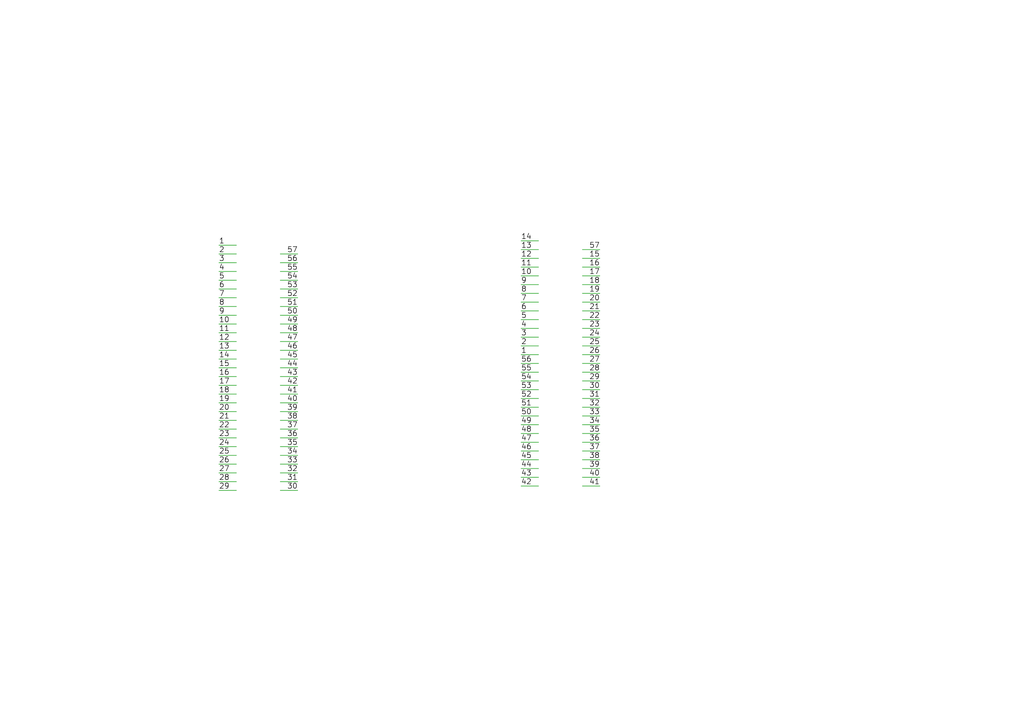
<source format=kicad_sch>
(kicad_sch (version 20230121) (generator eeschema)
  (paper "A4")
  (lib_symbols)
  (wire (pts (xy 86.36 132.08) (xy 81.28 132.08)))
  (wire (pts (xy 168.91 82.55) (xy 173.99 82.55)))
  (wire (pts (xy 63.5 78.74) (xy 68.58 78.74)))
  (wire (pts (xy 63.5 101.6) (xy 68.58 101.6)))
  (wire (pts (xy 86.36 91.44) (xy 81.28 91.44)))
  (wire (pts (xy 151.13 125.73) (xy 156.21 125.73)))
  (wire (pts (xy 86.36 127) (xy 81.28 127)))
  (wire (pts (xy 168.91 115.57) (xy 173.99 115.57)))
  (wire (pts (xy 173.99 118.11) (xy 168.91 118.11)))
  (wire (pts (xy 81.28 121.92) (xy 86.36 121.92)))
  (wire (pts (xy 81.28 124.46) (xy 86.36 124.46)))
  (wire (pts (xy 156.21 100.33) (xy 151.13 100.33)))
  (wire (pts (xy 81.28 139.7) (xy 86.36 139.7)))
  (wire (pts (xy 156.21 123.19) (xy 151.13 123.19)))
  (wire (pts (xy 168.91 125.73) (xy 173.99 125.73)))
  (wire (pts (xy 63.5 139.7) (xy 68.58 139.7)))
  (wire (pts (xy 173.99 90.17) (xy 168.91 90.17)))
  (wire (pts (xy 81.28 109.22) (xy 86.36 109.22)))
  (wire (pts (xy 63.5 81.28) (xy 68.58 81.28)))
  (wire (pts (xy 168.91 87.63) (xy 173.99 87.63)))
  (wire (pts (xy 156.21 80.01) (xy 151.13 80.01)))
  (wire (pts (xy 156.21 74.93) (xy 151.13 74.93)))
  (wire (pts (xy 81.28 99.06) (xy 86.36 99.06)))
  (wire (pts (xy 81.28 119.38) (xy 86.36 119.38)))
  (wire (pts (xy 86.36 76.2) (xy 81.28 76.2)))
  (wire (pts (xy 86.36 96.52) (xy 81.28 96.52)))
  (wire (pts (xy 151.13 110.49) (xy 156.21 110.49)))
  (wire (pts (xy 173.99 74.93) (xy 168.91 74.93)))
  (wire (pts (xy 173.99 95.25) (xy 168.91 95.25)))
  (wire (pts (xy 68.58 142.24) (xy 63.5 142.24)))
  (wire (pts (xy 68.58 93.98) (xy 63.5 93.98)))
  (wire (pts (xy 168.91 140.97) (xy 173.99 140.97)))
  (wire (pts (xy 156.21 85.09) (xy 151.13 85.09)))
  (wire (pts (xy 63.5 127) (xy 68.58 127)))
  (wire (pts (xy 168.91 92.71) (xy 173.99 92.71)))
  (wire (pts (xy 151.13 77.47) (xy 156.21 77.47)))
  (wire (pts (xy 151.13 97.79) (xy 156.21 97.79)))
  (wire (pts (xy 173.99 80.01) (xy 168.91 80.01)))
  (wire (pts (xy 156.21 90.17) (xy 151.13 90.17)))
  (wire (pts (xy 86.36 106.68) (xy 81.28 106.68)))
  (wire (pts (xy 168.91 120.65) (xy 173.99 120.65)))
  (wire (pts (xy 156.21 107.95) (xy 151.13 107.95)))
  (wire (pts (xy 151.13 120.65) (xy 156.21 120.65)))
  (wire (pts (xy 86.36 101.6) (xy 81.28 101.6)))
  (wire (pts (xy 81.28 129.54) (xy 86.36 129.54)))
  (wire (pts (xy 173.99 123.19) (xy 168.91 123.19)))
  (wire (pts (xy 151.13 92.71) (xy 156.21 92.71)))
  (wire (pts (xy 68.58 88.9) (xy 63.5 88.9)))
  (wire (pts (xy 168.91 110.49) (xy 173.99 110.49)))
  (wire (pts (xy 156.21 118.11) (xy 151.13 118.11)))
  (wire (pts (xy 86.36 137.16) (xy 81.28 137.16)))
  (wire (pts (xy 81.28 134.62) (xy 86.36 134.62)))
  (wire (pts (xy 63.5 71.12) (xy 68.58 71.12)))
  (wire (pts (xy 63.5 91.44) (xy 68.58 91.44)))
  (wire (pts (xy 173.99 128.27) (xy 168.91 128.27)))
  (wire (pts (xy 151.13 72.39) (xy 156.21 72.39)))
  (wire (pts (xy 151.13 102.87) (xy 156.21 102.87)))
  (wire (pts (xy 68.58 104.14) (xy 63.5 104.14)))
  (wire (pts (xy 173.99 97.79) (xy 168.91 97.79)))
  (wire (pts (xy 173.99 107.95) (xy 168.91 107.95)))
  (wire (pts (xy 168.91 72.39) (xy 173.99 72.39)))
  (wire (pts (xy 63.5 116.84) (xy 68.58 116.84)))
  (wire (pts (xy 168.91 100.33) (xy 173.99 100.33)))
  (wire (pts (xy 81.28 111.76) (xy 86.36 111.76)))
  (wire (pts (xy 151.13 95.25) (xy 156.21 95.25)))
  (wire (pts (xy 63.5 76.2) (xy 68.58 76.2)))
  (wire (pts (xy 168.91 138.43) (xy 173.99 138.43)))
  (wire (pts (xy 68.58 124.46) (xy 63.5 124.46)))
  (wire (pts (xy 86.36 81.28) (xy 81.28 81.28)))
  (wire (pts (xy 68.58 73.66) (xy 63.5 73.66)))
  (wire (pts (xy 156.21 138.43) (xy 151.13 138.43)))
  (wire (pts (xy 168.91 133.35) (xy 173.99 133.35)))
  (wire (pts (xy 156.21 69.85) (xy 151.13 69.85)))
  (wire (pts (xy 68.58 137.16) (xy 63.5 137.16)))
  (wire (pts (xy 63.5 106.68) (xy 68.58 106.68)))
  (wire (pts (xy 156.21 113.03) (xy 151.13 113.03)))
  (wire (pts (xy 156.21 128.27) (xy 151.13 128.27)))
  (wire (pts (xy 173.99 85.09) (xy 168.91 85.09)))
  (wire (pts (xy 63.5 129.54) (xy 68.58 129.54)))
  (wire (pts (xy 156.21 140.97) (xy 151.13 140.97)))
  (wire (pts (xy 81.28 83.82) (xy 86.36 83.82)))
  (wire (pts (xy 151.13 82.55) (xy 156.21 82.55)))
  (wire (pts (xy 156.21 133.35) (xy 151.13 133.35)))
  (wire (pts (xy 68.58 114.3) (xy 63.5 114.3)))
  (wire (pts (xy 81.28 93.98) (xy 86.36 93.98)))
  (wire (pts (xy 81.28 88.9) (xy 86.36 88.9)))
  (wire (pts (xy 68.58 99.06) (xy 63.5 99.06)))
  (wire (pts (xy 168.91 130.81) (xy 173.99 130.81)))
  (wire (pts (xy 168.91 113.03) (xy 173.99 113.03)))
  (wire (pts (xy 151.13 105.41) (xy 156.21 105.41)))
  (wire (pts (xy 151.13 115.57) (xy 156.21 115.57)))
  (wire (pts (xy 151.13 135.89) (xy 156.21 135.89)))
  (wire (pts (xy 173.99 77.47) (xy 168.91 77.47)))
  (wire (pts (xy 63.5 96.52) (xy 68.58 96.52)))
  (wire (pts (xy 63.5 121.92) (xy 68.58 121.92)))
  (wire (pts (xy 168.91 135.89) (xy 173.99 135.89)))
  (wire (pts (xy 63.5 109.22) (xy 68.58 109.22)))
  (wire (pts (xy 168.91 105.41) (xy 173.99 105.41)))
  (wire (pts (xy 68.58 119.38) (xy 63.5 119.38)))
  (wire (pts (xy 68.58 83.82) (xy 63.5 83.82)))
  (wire (pts (xy 86.36 86.36) (xy 81.28 86.36)))
  (wire (pts (xy 151.13 130.81) (xy 156.21 130.81)))
  (wire (pts (xy 151.13 87.63) (xy 156.21 87.63)))
  (wire (pts (xy 173.99 102.87) (xy 168.91 102.87)))
  (wire (pts (xy 81.28 73.66) (xy 86.36 73.66)))
  (wire (pts (xy 81.28 114.3) (xy 86.36 114.3)))
  (wire (pts (xy 63.5 111.76) (xy 68.58 111.76)))
  (wire (pts (xy 63.5 86.36) (xy 68.58 86.36)))
  (wire (pts (xy 81.28 142.24) (xy 86.36 142.24)))
  (wire (pts (xy 81.28 116.84) (xy 86.36 116.84)))
  (wire (pts (xy 81.28 104.14) (xy 86.36 104.14)))
  (wire (pts (xy 63.5 134.62) (xy 68.58 134.62)))
  (wire (pts (xy 81.28 78.74) (xy 86.36 78.74)))
  (wire (pts (xy 68.58 132.08) (xy 63.5 132.08)))
  (label "10" (at 151.13 80.01 0) (effects (font (size 1.524 1.524))))
  (label "55" (at 86.36 78.74 180) (effects (font (size 1.524 1.524))))
  (label "3" (at 63.5 76.2 0) (effects (font (size 1.524 1.524))))
  (label "19" (at 173.99 85.09 180) (effects (font (size 1.524 1.524))))
  (label "52" (at 151.13 115.57 0) (effects (font (size 1.524 1.524))))
  (label "3" (at 151.13 97.79 0) (effects (font (size 1.524 1.524))))
  (label "27" (at 63.5 137.16 0) (effects (font (size 1.524 1.524))))
  (label "43" (at 151.13 138.43 0) (effects (font (size 1.524 1.524))))
  (label "32" (at 86.36 137.16 180) (effects (font (size 1.524 1.524))))
  (label "23" (at 63.5 127 0) (effects (font (size 1.524 1.524))))
  (label "35" (at 86.36 129.54 180) (effects (font (size 1.524 1.524))))
  (label "9" (at 63.5 91.44 0) (effects (font (size 1.524 1.524))))
  (label "52" (at 86.36 86.36 180) (effects (font (size 1.524 1.524))))
  (label "7" (at 63.5 86.36 0) (effects (font (size 1.524 1.524))))
  (label "56" (at 151.13 105.41 0) (effects (font (size 1.524 1.524))))
  (label "55" (at 151.13 107.95 0) (effects (font (size 1.524 1.524))))
  (label "2" (at 63.5 73.66 0) (effects (font (size 1.524 1.524))))
  (label "24" (at 63.5 129.54 0) (effects (font (size 1.524 1.524))))
  (label "46" (at 86.36 101.6 180) (effects (font (size 1.524 1.524))))
  (label "21" (at 173.99 90.17 180) (effects (font (size 1.524 1.524))))
  (label "10" (at 63.5 93.98 0) (effects (font (size 1.524 1.524))))
  (label "29" (at 173.99 110.49 180) (effects (font (size 1.524 1.524))))
  (label "6" (at 63.5 83.82 0) (effects (font (size 1.524 1.524))))
  (label "43" (at 86.36 109.22 180) (effects (font (size 1.524 1.524))))
  (label "20" (at 63.5 119.38 0) (effects (font (size 1.524 1.524))))
  (label "53" (at 86.36 83.82 180) (effects (font (size 1.524 1.524))))
  (label "5" (at 63.5 81.28 0) (effects (font (size 1.524 1.524))))
  (label "41" (at 86.36 114.3 180) (effects (font (size 1.524 1.524))))
  (label "11" (at 151.13 77.47 0) (effects (font (size 1.524 1.524))))
  (label "35" (at 173.99 125.73 180) (effects (font (size 1.524 1.524))))
  (label "40" (at 173.99 138.43 180) (effects (font (size 1.524 1.524))))
  (label "13" (at 151.13 72.39 0) (effects (font (size 1.524 1.524))))
  (label "54" (at 86.36 81.28 180) (effects (font (size 1.524 1.524))))
  (label "49" (at 86.36 93.98 180) (effects (font (size 1.524 1.524))))
  (label "15" (at 173.99 74.93 180) (effects (font (size 1.524 1.524))))
  (label "40" (at 86.36 116.84 180) (effects (font (size 1.524 1.524))))
  (label "30" (at 86.36 142.24 180) (effects (font (size 1.524 1.524))))
  (label "14" (at 63.5 104.14 0) (effects (font (size 1.524 1.524))))
  (label "15" (at 63.5 106.68 0) (effects (font (size 1.524 1.524))))
  (label "45" (at 86.36 104.14 180) (effects (font (size 1.524 1.524))))
  (label "26" (at 173.99 102.87 180) (effects (font (size 1.524 1.524))))
  (label "25" (at 63.5 132.08 0) (effects (font (size 1.524 1.524))))
  (label "26" (at 63.5 134.62 0) (effects (font (size 1.524 1.524))))
  (label "31" (at 86.36 139.7 180) (effects (font (size 1.524 1.524))))
  (label "36" (at 86.36 127 180) (effects (font (size 1.524 1.524))))
  (label "31" (at 173.99 115.57 180) (effects (font (size 1.524 1.524))))
  (label "57" (at 86.36 73.66 180) (effects (font (size 1.524 1.524))))
  (label "12" (at 151.13 74.93 0) (effects (font (size 1.524 1.524))))
  (label "45" (at 151.13 133.35 0) (effects (font (size 1.524 1.524))))
  (label "36" (at 173.99 128.27 180) (effects (font (size 1.524 1.524))))
  (label "56" (at 86.36 76.2 180) (effects (font (size 1.524 1.524))))
  (label "51" (at 151.13 118.11 0) (effects (font (size 1.524 1.524))))
  (label "41" (at 173.99 140.97 180) (effects (font (size 1.524 1.524))))
  (label "4" (at 63.5 78.74 0) (effects (font (size 1.524 1.524))))
  (label "42" (at 151.13 140.97 0) (effects (font (size 1.524 1.524))))
  (label "6" (at 151.13 90.17 0) (effects (font (size 1.524 1.524))))
  (label "8" (at 63.5 88.9 0) (effects (font (size 1.524 1.524))))
  (label "25" (at 173.99 100.33 180) (effects (font (size 1.524 1.524))))
  (label "39" (at 86.36 119.38 180) (effects (font (size 1.524 1.524))))
  (label "54" (at 151.13 110.49 0) (effects (font (size 1.524 1.524))))
  (label "30" (at 173.99 113.03 180) (effects (font (size 1.524 1.524))))
  (label "42" (at 86.36 111.76 180) (effects (font (size 1.524 1.524))))
  (label "37" (at 86.36 124.46 180) (effects (font (size 1.524 1.524))))
  (label "34" (at 173.99 123.19 180) (effects (font (size 1.524 1.524))))
  (label "22" (at 173.99 92.71 180) (effects (font (size 1.524 1.524))))
  (label "37" (at 173.99 130.81 180) (effects (font (size 1.524 1.524))))
  (label "4" (at 151.13 95.25 0) (effects (font (size 1.524 1.524))))
  (label "44" (at 86.36 106.68 180) (effects (font (size 1.524 1.524))))
  (label "34" (at 86.36 132.08 180) (effects (font (size 1.524 1.524))))
  (label "27" (at 173.99 105.41 180) (effects (font (size 1.524 1.524))))
  (label "1" (at 151.13 102.87 0) (effects (font (size 1.524 1.524))))
  (label "50" (at 86.36 91.44 180) (effects (font (size 1.524 1.524))))
  (label "51" (at 86.36 88.9 180) (effects (font (size 1.524 1.524))))
  (label "19" (at 63.5 116.84 0) (effects (font (size 1.524 1.524))))
  (label "44" (at 151.13 135.89 0) (effects (font (size 1.524 1.524))))
  (label "53" (at 151.13 113.03 0) (effects (font (size 1.524 1.524))))
  (label "18" (at 173.99 82.55 180) (effects (font (size 1.524 1.524))))
  (label "29" (at 63.5 142.24 0) (effects (font (size 1.524 1.524))))
  (label "17" (at 173.99 80.01 180) (effects (font (size 1.524 1.524))))
  (label "16" (at 173.99 77.47 180) (effects (font (size 1.524 1.524))))
  (label "28" (at 173.99 107.95 180) (effects (font (size 1.524 1.524))))
  (label "12" (at 63.5 99.06 0) (effects (font (size 1.524 1.524))))
  (label "39" (at 173.99 135.89 180) (effects (font (size 1.524 1.524))))
  (label "23" (at 173.99 95.25 180) (effects (font (size 1.524 1.524))))
  (label "16" (at 63.5 109.22 0) (effects (font (size 1.524 1.524))))
  (label "47" (at 151.13 128.27 0) (effects (font (size 1.524 1.524))))
  (label "2" (at 151.13 100.33 0) (effects (font (size 1.524 1.524))))
  (label "49" (at 151.13 123.19 0) (effects (font (size 1.524 1.524))))
  (label "11" (at 63.5 96.52 0) (effects (font (size 1.524 1.524))))
  (label "48" (at 151.13 125.73 0) (effects (font (size 1.524 1.524))))
  (label "18" (at 63.5 114.3 0) (effects (font (size 1.524 1.524))))
  (label "1" (at 63.5 71.12 0) (effects (font (size 1.524 1.524))))
  (label "24" (at 173.99 97.79 180) (effects (font (size 1.524 1.524))))
  (label "28" (at 63.5 139.7 0) (effects (font (size 1.524 1.524))))
  (label "22" (at 63.5 124.46 0) (effects (font (size 1.524 1.524))))
  (label "13" (at 63.5 101.6 0) (effects (font (size 1.524 1.524))))
  (label "57" (at 173.99 72.39 180) (effects (font (size 1.524 1.524))))
  (label "38" (at 173.99 133.35 180) (effects (font (size 1.524 1.524))))
  (label "14" (at 151.13 69.85 0) (effects (font (size 1.524 1.524))))
  (label "20" (at 173.99 87.63 180) (effects (font (size 1.524 1.524))))
  (label "47" (at 86.36 99.06 180) (effects (font (size 1.524 1.524))))
  (label "17" (at 63.5 111.76 0) (effects (font (size 1.524 1.524))))
  (label "7" (at 151.13 87.63 0) (effects (font (size 1.524 1.524))))
  (label "32" (at 173.99 118.11 180) (effects (font (size 1.524 1.524))))
  (label "33" (at 173.99 120.65 180) (effects (font (size 1.524 1.524))))
  (label "5" (at 151.13 92.71 0) (effects (font (size 1.524 1.524))))
  (label "21" (at 63.5 121.92 0) (effects (font (size 1.524 1.524))))
  (label "8" (at 151.13 85.09 0) (effects (font (size 1.524 1.524))))
  (label "48" (at 86.36 96.52 180) (effects (font (size 1.524 1.524))))
  (label "50" (at 151.13 120.65 0) (effects (font (size 1.524 1.524))))
  (label "46" (at 151.13 130.81 0) (effects (font (size 1.524 1.524))))
  (label "9" (at 151.13 82.55 0) (effects (font (size 1.524 1.524))))
  (label "38" (at 86.36 121.92 180) (effects (font (size 1.524 1.524))))
  (label "33" (at 86.36 134.62 180) (effects (font (size 1.524 1.524))))
  (symbol (lib_id "Conn_02x29_Counter_Clockwise") (at 161.29 105.41 0) (unit 1)
    (property "Reference" "J2" (at 162.56 67.31 0))
    (property "Value" "Conn_02x29_Counter_Clockwise" (at 162.56 143.51 0))
    (property "Footprint" "NQBit:QFN-56-1EP_7x7mm_Pitch0.5mm" (effects hide))
  )
  (symbol (lib_id "Conn_02x29_Counter_Clockwise") (at 73.66 106.68 0) (unit 1)
    (property "Reference" "J1" (at 74.93 68.58 0))
    (property "Value" "Conn_02x29_Counter_Clockwise" (at 74.93 144.78 0))
    (property "Footprint" "Housings_DFN_QFN:QFN-56-1EP_7x7mm_Pitch0.4mm" (effects hide))
  )
)
</source>
